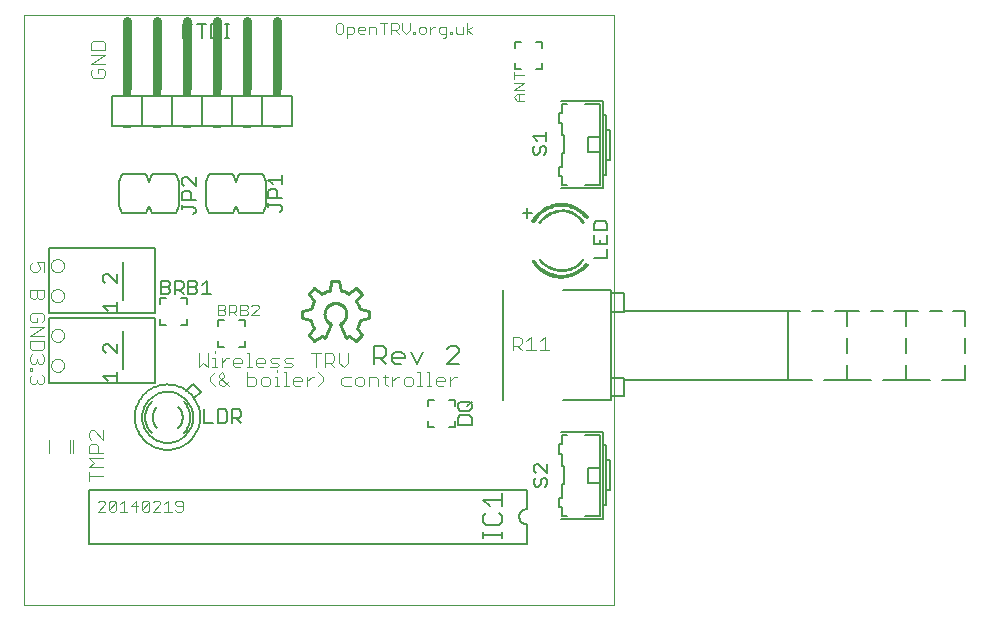
<source format=gto>
G75*
%MOIN*%
%OFA0B0*%
%FSLAX24Y24*%
%IPPOS*%
%LPD*%
%AMOC8*
5,1,8,0,0,1.08239X$1,22.5*
%
%ADD10C,0.0000*%
%ADD11C,0.0040*%
%ADD12C,0.0030*%
%ADD13C,0.0050*%
%ADD14C,0.0060*%
%ADD15C,0.0070*%
%ADD16C,0.0100*%
%ADD17C,0.0006*%
%ADD18C,0.0010*%
%ADD19C,0.0080*%
%ADD20C,0.0300*%
%ADD21R,0.0300X0.0200*%
%ADD22R,0.0300X0.0100*%
D10*
X000350Y000350D02*
X000350Y020035D01*
X020035Y020035D01*
X020035Y000350D01*
X000350Y000350D01*
X001267Y008344D02*
X001269Y008373D01*
X001275Y008401D01*
X001284Y008429D01*
X001297Y008455D01*
X001314Y008478D01*
X001333Y008500D01*
X001355Y008519D01*
X001380Y008534D01*
X001406Y008547D01*
X001434Y008555D01*
X001462Y008560D01*
X001491Y008561D01*
X001520Y008558D01*
X001548Y008551D01*
X001575Y008541D01*
X001601Y008527D01*
X001624Y008510D01*
X001645Y008490D01*
X001663Y008467D01*
X001678Y008442D01*
X001689Y008415D01*
X001697Y008387D01*
X001701Y008358D01*
X001701Y008330D01*
X001697Y008301D01*
X001689Y008273D01*
X001678Y008246D01*
X001663Y008221D01*
X001645Y008198D01*
X001624Y008178D01*
X001601Y008161D01*
X001575Y008147D01*
X001548Y008137D01*
X001520Y008130D01*
X001491Y008127D01*
X001462Y008128D01*
X001434Y008133D01*
X001406Y008141D01*
X001380Y008154D01*
X001355Y008169D01*
X001333Y008188D01*
X001314Y008210D01*
X001297Y008233D01*
X001284Y008259D01*
X001275Y008287D01*
X001269Y008315D01*
X001267Y008344D01*
X001267Y009344D02*
X001269Y009373D01*
X001275Y009401D01*
X001284Y009429D01*
X001297Y009455D01*
X001314Y009478D01*
X001333Y009500D01*
X001355Y009519D01*
X001380Y009534D01*
X001406Y009547D01*
X001434Y009555D01*
X001462Y009560D01*
X001491Y009561D01*
X001520Y009558D01*
X001548Y009551D01*
X001575Y009541D01*
X001601Y009527D01*
X001624Y009510D01*
X001645Y009490D01*
X001663Y009467D01*
X001678Y009442D01*
X001689Y009415D01*
X001697Y009387D01*
X001701Y009358D01*
X001701Y009330D01*
X001697Y009301D01*
X001689Y009273D01*
X001678Y009246D01*
X001663Y009221D01*
X001645Y009198D01*
X001624Y009178D01*
X001601Y009161D01*
X001575Y009147D01*
X001548Y009137D01*
X001520Y009130D01*
X001491Y009127D01*
X001462Y009128D01*
X001434Y009133D01*
X001406Y009141D01*
X001380Y009154D01*
X001355Y009169D01*
X001333Y009188D01*
X001314Y009210D01*
X001297Y009233D01*
X001284Y009259D01*
X001275Y009287D01*
X001269Y009315D01*
X001267Y009344D01*
X001259Y010670D02*
X001261Y010699D01*
X001267Y010727D01*
X001276Y010755D01*
X001289Y010781D01*
X001306Y010804D01*
X001325Y010826D01*
X001347Y010845D01*
X001372Y010860D01*
X001398Y010873D01*
X001426Y010881D01*
X001454Y010886D01*
X001483Y010887D01*
X001512Y010884D01*
X001540Y010877D01*
X001567Y010867D01*
X001593Y010853D01*
X001616Y010836D01*
X001637Y010816D01*
X001655Y010793D01*
X001670Y010768D01*
X001681Y010741D01*
X001689Y010713D01*
X001693Y010684D01*
X001693Y010656D01*
X001689Y010627D01*
X001681Y010599D01*
X001670Y010572D01*
X001655Y010547D01*
X001637Y010524D01*
X001616Y010504D01*
X001593Y010487D01*
X001567Y010473D01*
X001540Y010463D01*
X001512Y010456D01*
X001483Y010453D01*
X001454Y010454D01*
X001426Y010459D01*
X001398Y010467D01*
X001372Y010480D01*
X001347Y010495D01*
X001325Y010514D01*
X001306Y010536D01*
X001289Y010559D01*
X001276Y010585D01*
X001267Y010613D01*
X001261Y010641D01*
X001259Y010670D01*
X001259Y011670D02*
X001261Y011699D01*
X001267Y011727D01*
X001276Y011755D01*
X001289Y011781D01*
X001306Y011804D01*
X001325Y011826D01*
X001347Y011845D01*
X001372Y011860D01*
X001398Y011873D01*
X001426Y011881D01*
X001454Y011886D01*
X001483Y011887D01*
X001512Y011884D01*
X001540Y011877D01*
X001567Y011867D01*
X001593Y011853D01*
X001616Y011836D01*
X001637Y011816D01*
X001655Y011793D01*
X001670Y011768D01*
X001681Y011741D01*
X001689Y011713D01*
X001693Y011684D01*
X001693Y011656D01*
X001689Y011627D01*
X001681Y011599D01*
X001670Y011572D01*
X001655Y011547D01*
X001637Y011524D01*
X001616Y011504D01*
X001593Y011487D01*
X001567Y011473D01*
X001540Y011463D01*
X001512Y011456D01*
X001483Y011453D01*
X001454Y011454D01*
X001426Y011459D01*
X001398Y011467D01*
X001372Y011480D01*
X001347Y011495D01*
X001325Y011514D01*
X001306Y011536D01*
X001289Y011559D01*
X001276Y011585D01*
X001267Y011613D01*
X001261Y011641D01*
X001259Y011670D01*
D11*
X001039Y011778D02*
X000809Y011778D01*
X000885Y011625D01*
X000885Y011548D01*
X000809Y011471D01*
X000655Y011471D01*
X000579Y011548D01*
X000579Y011702D01*
X000655Y011778D01*
X001039Y011778D02*
X001039Y011471D01*
X001033Y010853D02*
X000572Y010853D01*
X000572Y010623D01*
X000649Y010546D01*
X000726Y010546D01*
X000803Y010623D01*
X000803Y010853D01*
X001033Y010853D02*
X001033Y010623D01*
X000956Y010546D01*
X000879Y010546D01*
X000803Y010623D01*
X000952Y010090D02*
X000645Y010090D01*
X000568Y010013D01*
X000568Y009860D01*
X000645Y009783D01*
X000798Y009783D01*
X000798Y009937D01*
X000952Y010090D02*
X001029Y010013D01*
X001029Y009860D01*
X000952Y009783D01*
X001029Y009630D02*
X000568Y009630D01*
X000568Y009323D02*
X001029Y009323D01*
X001029Y009169D02*
X001029Y008939D01*
X000952Y008862D01*
X000645Y008862D01*
X000568Y008939D01*
X000568Y009169D01*
X001029Y009169D01*
X001029Y009630D02*
X000568Y009323D01*
X000641Y008711D02*
X000565Y008634D01*
X000565Y008480D01*
X000641Y008404D01*
X000718Y008404D01*
X000795Y008480D01*
X000795Y008557D01*
X000795Y008480D02*
X000872Y008404D01*
X000948Y008404D01*
X001025Y008480D01*
X001025Y008634D01*
X000948Y008711D01*
X000641Y008250D02*
X000565Y008250D01*
X000565Y008173D01*
X000641Y008173D01*
X000641Y008250D01*
X000641Y008020D02*
X000565Y007943D01*
X000565Y007790D01*
X000641Y007713D01*
X000718Y007713D01*
X000795Y007790D01*
X000795Y007867D01*
X000795Y007790D02*
X000872Y007713D01*
X000948Y007713D01*
X001025Y007790D01*
X001025Y007943D01*
X000948Y008020D01*
X002606Y006180D02*
X002529Y006103D01*
X002529Y005950D01*
X002606Y005873D01*
X002606Y005719D02*
X002759Y005719D01*
X002836Y005643D01*
X002836Y005412D01*
X002990Y005412D02*
X002529Y005412D01*
X002529Y005643D01*
X002606Y005719D01*
X002990Y005873D02*
X002683Y006180D01*
X002606Y006180D01*
X002990Y006180D02*
X002990Y005873D01*
X002990Y005259D02*
X002529Y005259D01*
X002683Y005106D01*
X002529Y004952D01*
X002990Y004952D01*
X002990Y004645D02*
X002529Y004645D01*
X002529Y004492D02*
X002529Y004799D01*
X001988Y005411D02*
X001988Y005844D01*
X001888Y005844D02*
X001888Y005411D01*
X001188Y005411D02*
X001188Y005844D01*
X006184Y008284D02*
X006337Y008437D01*
X006491Y008284D01*
X006491Y008744D01*
X006644Y008591D02*
X006721Y008591D01*
X006721Y008284D01*
X006644Y008284D02*
X006798Y008284D01*
X006951Y008284D02*
X006951Y008591D01*
X006951Y008437D02*
X007105Y008591D01*
X007181Y008591D01*
X007335Y008514D02*
X007412Y008591D01*
X007565Y008591D01*
X007642Y008514D01*
X007642Y008437D01*
X007335Y008437D01*
X007335Y008361D02*
X007335Y008514D01*
X007335Y008361D02*
X007412Y008284D01*
X007565Y008284D01*
X007795Y008284D02*
X007949Y008284D01*
X007872Y008284D02*
X007872Y008744D01*
X007795Y008744D01*
X008102Y008514D02*
X008179Y008591D01*
X008332Y008591D01*
X008409Y008514D01*
X008409Y008437D01*
X008102Y008437D01*
X008102Y008361D02*
X008102Y008514D01*
X008102Y008361D02*
X008179Y008284D01*
X008332Y008284D01*
X008562Y008284D02*
X008793Y008284D01*
X008869Y008361D01*
X008793Y008437D01*
X008639Y008437D01*
X008562Y008514D01*
X008639Y008591D01*
X008869Y008591D01*
X009023Y008514D02*
X009100Y008591D01*
X009330Y008591D01*
X009253Y008437D02*
X009100Y008437D01*
X009023Y008514D01*
X009023Y008284D02*
X009253Y008284D01*
X009330Y008361D01*
X009253Y008437D01*
X009105Y008115D02*
X009105Y007654D01*
X009028Y007654D02*
X009182Y007654D01*
X009335Y007731D02*
X009335Y007885D01*
X009412Y007961D01*
X009565Y007961D01*
X009642Y007885D01*
X009642Y007808D01*
X009335Y007808D01*
X009335Y007731D02*
X009412Y007654D01*
X009565Y007654D01*
X009795Y007654D02*
X009795Y007961D01*
X009795Y007808D02*
X009949Y007961D01*
X010026Y007961D01*
X010179Y008115D02*
X010333Y007961D01*
X010333Y007808D01*
X010179Y007654D01*
X010097Y008284D02*
X010097Y008744D01*
X009944Y008744D02*
X010251Y008744D01*
X010404Y008744D02*
X010634Y008744D01*
X010711Y008668D01*
X010711Y008514D01*
X010634Y008437D01*
X010404Y008437D01*
X010404Y008284D02*
X010404Y008744D01*
X010558Y008437D02*
X010711Y008284D01*
X010864Y008437D02*
X011018Y008284D01*
X011171Y008437D01*
X011171Y008744D01*
X010864Y008744D02*
X010864Y008437D01*
X011023Y007961D02*
X010946Y007885D01*
X010946Y007731D01*
X011023Y007654D01*
X011253Y007654D01*
X011407Y007731D02*
X011483Y007654D01*
X011637Y007654D01*
X011714Y007731D01*
X011714Y007885D01*
X011637Y007961D01*
X011483Y007961D01*
X011407Y007885D01*
X011407Y007731D01*
X011253Y007961D02*
X011023Y007961D01*
X011867Y007961D02*
X011867Y007654D01*
X012174Y007654D02*
X012174Y007885D01*
X012097Y007961D01*
X011867Y007961D01*
X012328Y007961D02*
X012481Y007961D01*
X012404Y008038D02*
X012404Y007731D01*
X012481Y007654D01*
X012634Y007654D02*
X012634Y007961D01*
X012634Y007808D02*
X012788Y007961D01*
X012865Y007961D01*
X013018Y007885D02*
X013018Y007731D01*
X013095Y007654D01*
X013248Y007654D01*
X013325Y007731D01*
X013325Y007885D01*
X013248Y007961D01*
X013095Y007961D01*
X013018Y007885D01*
X013479Y008115D02*
X013555Y008115D01*
X013555Y007654D01*
X013479Y007654D02*
X013632Y007654D01*
X013785Y007654D02*
X013939Y007654D01*
X013862Y007654D02*
X013862Y008115D01*
X013785Y008115D01*
X014092Y007885D02*
X014169Y007961D01*
X014323Y007961D01*
X014399Y007885D01*
X014399Y007808D01*
X014092Y007808D01*
X014092Y007731D02*
X014092Y007885D01*
X014092Y007731D02*
X014169Y007654D01*
X014323Y007654D01*
X014553Y007654D02*
X014553Y007961D01*
X014553Y007808D02*
X014706Y007961D01*
X014783Y007961D01*
X016648Y008844D02*
X016648Y009305D01*
X016878Y009305D01*
X016955Y009228D01*
X016955Y009075D01*
X016878Y008998D01*
X016648Y008998D01*
X016801Y008998D02*
X016955Y008844D01*
X017108Y008844D02*
X017415Y008844D01*
X017262Y008844D02*
X017262Y009305D01*
X017108Y009151D01*
X017569Y009151D02*
X017722Y009305D01*
X017722Y008844D01*
X017569Y008844D02*
X017876Y008844D01*
X009105Y008115D02*
X009028Y008115D01*
X008798Y008115D02*
X008798Y008192D01*
X008798Y007961D02*
X008798Y007654D01*
X008721Y007654D02*
X008875Y007654D01*
X008568Y007731D02*
X008568Y007885D01*
X008491Y007961D01*
X008337Y007961D01*
X008261Y007885D01*
X008261Y007731D01*
X008337Y007654D01*
X008491Y007654D01*
X008568Y007731D01*
X008107Y007731D02*
X008107Y007885D01*
X008031Y007961D01*
X007800Y007961D01*
X007800Y008115D02*
X007800Y007654D01*
X008031Y007654D01*
X008107Y007731D01*
X008721Y007961D02*
X008798Y007961D01*
X007186Y007808D02*
X007033Y007654D01*
X006956Y007654D01*
X006880Y007731D01*
X006880Y007808D01*
X007033Y007961D01*
X007033Y008038D01*
X006956Y008115D01*
X006880Y008038D01*
X006880Y007961D01*
X007186Y007654D01*
X006726Y007654D02*
X006573Y007808D01*
X006573Y007961D01*
X006726Y008115D01*
X006184Y008284D02*
X006184Y008744D01*
X006721Y008744D02*
X006721Y008821D01*
X006838Y010011D02*
X007018Y010011D01*
X007078Y010071D01*
X007078Y010131D01*
X007018Y010191D01*
X006838Y010191D01*
X006838Y010011D02*
X006838Y010371D01*
X007018Y010371D01*
X007078Y010311D01*
X007078Y010251D01*
X007018Y010191D01*
X007206Y010131D02*
X007387Y010131D01*
X007447Y010191D01*
X007447Y010311D01*
X007387Y010371D01*
X007206Y010371D01*
X007206Y010011D01*
X007326Y010131D02*
X007447Y010011D01*
X007575Y010011D02*
X007755Y010011D01*
X007815Y010071D01*
X007815Y010131D01*
X007755Y010191D01*
X007575Y010191D01*
X007755Y010191D02*
X007815Y010251D01*
X007815Y010311D01*
X007755Y010371D01*
X007575Y010371D01*
X007575Y010011D01*
X007943Y010011D02*
X008183Y010251D01*
X008183Y010311D01*
X008123Y010371D01*
X008003Y010371D01*
X007943Y010311D01*
X007943Y010011D02*
X008183Y010011D01*
X016689Y017285D02*
X016807Y017403D01*
X017043Y017403D01*
X017043Y017529D02*
X016689Y017529D01*
X017043Y017765D01*
X016689Y017765D01*
X016689Y017892D02*
X016689Y018128D01*
X016689Y018010D02*
X017043Y018010D01*
X016866Y017403D02*
X016866Y017167D01*
X016807Y017167D02*
X016689Y017285D01*
X016807Y017167D02*
X017043Y017167D01*
X003064Y018009D02*
X002987Y017933D01*
X002680Y017933D01*
X002603Y018009D01*
X002603Y018163D01*
X002680Y018240D01*
X002833Y018240D02*
X002833Y018086D01*
X002833Y018240D02*
X002987Y018240D01*
X003064Y018163D01*
X003064Y018009D01*
X003064Y018393D02*
X002603Y018393D01*
X003064Y018700D01*
X002603Y018700D01*
X002603Y018853D02*
X002603Y019084D01*
X002680Y019160D01*
X002987Y019160D01*
X003064Y019084D01*
X003064Y018853D01*
X002603Y018853D01*
D12*
X010759Y019454D02*
X010821Y019393D01*
X010944Y019393D01*
X011006Y019454D01*
X011006Y019701D01*
X010944Y019763D01*
X010821Y019763D01*
X010759Y019701D01*
X010759Y019454D01*
X011127Y019393D02*
X011313Y019393D01*
X011374Y019454D01*
X011374Y019578D01*
X011313Y019640D01*
X011127Y019640D01*
X011127Y019269D01*
X011496Y019454D02*
X011496Y019578D01*
X011557Y019640D01*
X011681Y019640D01*
X011743Y019578D01*
X011743Y019516D01*
X011496Y019516D01*
X011496Y019454D02*
X011557Y019393D01*
X011681Y019393D01*
X011864Y019393D02*
X011864Y019640D01*
X012049Y019640D01*
X012111Y019578D01*
X012111Y019393D01*
X012356Y019393D02*
X012356Y019763D01*
X012479Y019763D02*
X012232Y019763D01*
X012601Y019763D02*
X012601Y019393D01*
X012601Y019516D02*
X012786Y019516D01*
X012848Y019578D01*
X012848Y019701D01*
X012786Y019763D01*
X012601Y019763D01*
X012724Y019516D02*
X012848Y019393D01*
X012969Y019516D02*
X013092Y019393D01*
X013216Y019516D01*
X013216Y019763D01*
X012969Y019763D02*
X012969Y019516D01*
X013337Y019454D02*
X013399Y019454D01*
X013399Y019393D01*
X013337Y019393D01*
X013337Y019454D01*
X013522Y019454D02*
X013583Y019393D01*
X013707Y019393D01*
X013768Y019454D01*
X013768Y019578D01*
X013707Y019640D01*
X013583Y019640D01*
X013522Y019578D01*
X013522Y019454D01*
X013890Y019393D02*
X013890Y019640D01*
X014013Y019640D02*
X014075Y019640D01*
X014013Y019640D02*
X013890Y019516D01*
X014197Y019454D02*
X014258Y019393D01*
X014444Y019393D01*
X014444Y019331D02*
X014444Y019640D01*
X014258Y019640D01*
X014197Y019578D01*
X014197Y019454D01*
X014320Y019269D02*
X014382Y019269D01*
X014444Y019331D01*
X014565Y019393D02*
X014627Y019393D01*
X014627Y019454D01*
X014565Y019454D01*
X014565Y019393D01*
X014749Y019454D02*
X014749Y019640D01*
X014749Y019454D02*
X014811Y019393D01*
X014996Y019393D01*
X014996Y019640D01*
X015118Y019763D02*
X015118Y019393D01*
X015118Y019516D02*
X015303Y019640D01*
X015118Y019516D02*
X015303Y019393D01*
X005588Y003837D02*
X005464Y003837D01*
X005403Y003775D01*
X005403Y003713D01*
X005464Y003652D01*
X005649Y003652D01*
X005649Y003775D02*
X005649Y003528D01*
X005588Y003466D01*
X005464Y003466D01*
X005403Y003528D01*
X005281Y003466D02*
X005034Y003466D01*
X004913Y003466D02*
X004666Y003466D01*
X004913Y003713D01*
X004913Y003775D01*
X004851Y003837D01*
X004728Y003837D01*
X004666Y003775D01*
X004545Y003775D02*
X004298Y003528D01*
X004359Y003466D01*
X004483Y003466D01*
X004545Y003528D01*
X004545Y003775D01*
X004483Y003837D01*
X004359Y003837D01*
X004298Y003775D01*
X004298Y003528D01*
X004176Y003652D02*
X003929Y003652D01*
X004114Y003837D01*
X004114Y003466D01*
X003808Y003466D02*
X003561Y003466D01*
X003684Y003466D02*
X003684Y003837D01*
X003561Y003713D01*
X003440Y003775D02*
X003193Y003528D01*
X003254Y003466D01*
X003378Y003466D01*
X003440Y003528D01*
X003440Y003775D01*
X003378Y003837D01*
X003254Y003837D01*
X003193Y003775D01*
X003193Y003528D01*
X003071Y003466D02*
X002824Y003466D01*
X003071Y003713D01*
X003071Y003775D01*
X003010Y003837D01*
X002886Y003837D01*
X002824Y003775D01*
X005034Y003713D02*
X005158Y003837D01*
X005158Y003466D01*
X005588Y003837D02*
X005649Y003775D01*
D13*
X006370Y006428D02*
X006670Y006428D01*
X006830Y006428D02*
X007055Y006428D01*
X007130Y006503D01*
X007130Y006803D01*
X007055Y006878D01*
X006830Y006878D01*
X006830Y006428D01*
X007291Y006428D02*
X007291Y006878D01*
X007516Y006878D01*
X007591Y006803D01*
X007591Y006653D01*
X007516Y006578D01*
X007291Y006578D01*
X007441Y006578D02*
X007591Y006428D01*
X006370Y006428D02*
X006370Y006878D01*
X003459Y007835D02*
X003459Y008135D01*
X003459Y007985D02*
X003009Y007985D01*
X003159Y007835D01*
X003084Y008769D02*
X003009Y008844D01*
X003009Y008994D01*
X003084Y009069D01*
X003159Y009069D01*
X003459Y008769D01*
X003459Y009069D01*
X003451Y010161D02*
X003451Y010461D01*
X003451Y010311D02*
X003001Y010311D01*
X003151Y010161D01*
X003076Y011095D02*
X003001Y011170D01*
X003001Y011321D01*
X003076Y011396D01*
X003151Y011396D01*
X003451Y011095D01*
X003451Y011396D01*
X004925Y011169D02*
X004925Y010718D01*
X005150Y010718D01*
X005225Y010793D01*
X005225Y010868D01*
X005150Y010943D01*
X004925Y010943D01*
X005150Y010943D02*
X005225Y011018D01*
X005225Y011094D01*
X005150Y011169D01*
X004925Y011169D01*
X005385Y011169D02*
X005610Y011169D01*
X005685Y011094D01*
X005685Y010943D01*
X005610Y010868D01*
X005385Y010868D01*
X005385Y010718D02*
X005385Y011169D01*
X005535Y010868D02*
X005685Y010718D01*
X005845Y010718D02*
X006071Y010718D01*
X006146Y010793D01*
X006146Y010868D01*
X006071Y010943D01*
X005845Y010943D01*
X005845Y010718D02*
X005845Y011169D01*
X006071Y011169D01*
X006146Y011094D01*
X006146Y011018D01*
X006071Y010943D01*
X006306Y011018D02*
X006456Y011169D01*
X006456Y010718D01*
X006306Y010718D02*
X006606Y010718D01*
X006013Y013398D02*
X006088Y013473D01*
X006088Y013548D01*
X006013Y013623D01*
X005637Y013623D01*
X005637Y013548D02*
X005637Y013698D01*
X005637Y013859D02*
X005637Y014084D01*
X005712Y014159D01*
X005863Y014159D01*
X005938Y014084D01*
X005938Y013859D01*
X006088Y013859D02*
X005637Y013859D01*
X005712Y014319D02*
X005637Y014394D01*
X005637Y014544D01*
X005712Y014619D01*
X005788Y014619D01*
X006088Y014319D01*
X006088Y014619D01*
X008508Y014532D02*
X008958Y014532D01*
X008958Y014382D02*
X008958Y014682D01*
X008658Y014382D02*
X008508Y014532D01*
X008583Y014222D02*
X008733Y014222D01*
X008808Y014147D01*
X008808Y013922D01*
X008958Y013922D02*
X008508Y013922D01*
X008508Y014147D01*
X008583Y014222D01*
X008508Y013762D02*
X008508Y013612D01*
X008508Y013687D02*
X008883Y013687D01*
X008958Y013612D01*
X008958Y013536D01*
X008883Y013461D01*
X012034Y009001D02*
X012340Y009001D01*
X012441Y008899D01*
X012441Y008695D01*
X012340Y008594D01*
X012034Y008594D01*
X012238Y008594D02*
X012441Y008390D01*
X012642Y008492D02*
X012642Y008695D01*
X012744Y008797D01*
X012947Y008797D01*
X013049Y008695D01*
X013049Y008594D01*
X012642Y008594D01*
X012642Y008492D02*
X012744Y008390D01*
X012947Y008390D01*
X013453Y008390D02*
X013250Y008797D01*
X013657Y008797D02*
X013453Y008390D01*
X014465Y008390D02*
X014872Y008797D01*
X014872Y008899D01*
X014770Y009001D01*
X014567Y009001D01*
X014465Y008899D01*
X014465Y008390D02*
X014872Y008390D01*
X014910Y007135D02*
X015210Y007135D01*
X015286Y007060D01*
X015286Y006910D01*
X015210Y006835D01*
X014910Y006835D01*
X014835Y006910D01*
X014835Y007060D01*
X014910Y007135D01*
X015135Y006985D02*
X015286Y007135D01*
X015210Y006675D02*
X014910Y006675D01*
X014835Y006600D01*
X014835Y006374D01*
X015286Y006374D01*
X015286Y006600D01*
X015210Y006675D01*
X017362Y004989D02*
X017362Y004839D01*
X017437Y004764D01*
X017437Y004604D02*
X017362Y004529D01*
X017362Y004379D01*
X017437Y004304D01*
X017512Y004304D01*
X017587Y004379D01*
X017587Y004529D01*
X017662Y004604D01*
X017737Y004604D01*
X017812Y004529D01*
X017812Y004379D01*
X017737Y004304D01*
X017812Y004764D02*
X017512Y005064D01*
X017437Y005064D01*
X017362Y004989D01*
X017812Y005064D02*
X017812Y004764D01*
X012034Y008390D02*
X012034Y009001D01*
X016993Y013432D02*
X017283Y013432D01*
X017133Y013582D02*
X017133Y013272D01*
X019353Y013073D02*
X019353Y012848D01*
X019803Y012848D01*
X019803Y013073D01*
X019728Y013148D01*
X019428Y013148D01*
X019353Y013073D01*
X019353Y012688D02*
X019353Y012388D01*
X019803Y012388D01*
X019803Y012688D01*
X019578Y012538D02*
X019578Y012388D01*
X019803Y012227D02*
X019803Y011927D01*
X019353Y011927D01*
X017699Y015370D02*
X017775Y015445D01*
X017775Y015595D01*
X017699Y015670D01*
X017624Y015670D01*
X017549Y015595D01*
X017549Y015445D01*
X017474Y015370D01*
X017399Y015370D01*
X017324Y015445D01*
X017324Y015595D01*
X017399Y015670D01*
X017474Y015830D02*
X017324Y015980D01*
X017775Y015980D01*
X017775Y015830D02*
X017775Y016131D01*
X007207Y019268D02*
X007056Y019268D01*
X007132Y019268D02*
X007132Y019719D01*
X007207Y019719D02*
X007056Y019719D01*
X006896Y019643D02*
X006821Y019719D01*
X006596Y019719D01*
X006596Y019268D01*
X006821Y019268D01*
X006896Y019343D01*
X006896Y019643D01*
X006436Y019719D02*
X006136Y019719D01*
X006286Y019719D02*
X006286Y019268D01*
X005825Y019493D02*
X005675Y019493D01*
X005675Y019268D02*
X005675Y019719D01*
X005976Y019719D01*
D14*
X006304Y017339D02*
X005304Y017339D01*
X004304Y017339D01*
X003304Y017339D01*
X003304Y016339D01*
X004304Y016339D01*
X005304Y016339D01*
X006304Y016339D01*
X007304Y016339D01*
X008304Y016339D01*
X009304Y016339D01*
X009304Y017339D01*
X008304Y017339D01*
X007304Y017339D01*
X006304Y017339D01*
X006304Y016339D01*
X007304Y016339D02*
X007304Y017339D01*
X008304Y017339D02*
X008304Y016339D01*
X008316Y014713D02*
X007516Y014713D01*
X007416Y014463D01*
X007316Y014713D01*
X006516Y014713D01*
X006416Y014463D01*
X006416Y013663D01*
X006516Y013413D01*
X007316Y013413D01*
X007416Y013663D01*
X007516Y013413D01*
X008316Y013413D01*
X008416Y013663D01*
X008416Y014463D01*
X008316Y014713D01*
X005521Y014470D02*
X005521Y013670D01*
X005421Y013420D01*
X004621Y013420D01*
X004521Y013670D01*
X004421Y013420D01*
X003621Y013420D01*
X003521Y013670D01*
X003521Y014470D01*
X003621Y014720D01*
X004421Y014720D01*
X004521Y014470D01*
X004621Y014720D01*
X005421Y014720D01*
X005521Y014470D01*
X005304Y016339D02*
X005304Y017339D01*
X004304Y017339D02*
X004304Y016339D01*
X004726Y012261D02*
X001186Y012261D01*
X001186Y010080D01*
X004726Y010080D01*
X004726Y012261D01*
X003657Y011806D02*
X003657Y010536D01*
X004734Y009934D02*
X001194Y009934D01*
X001194Y007753D01*
X004734Y007753D01*
X004734Y009934D01*
X004900Y009893D02*
X004900Y009693D01*
X005100Y009693D01*
X005600Y009693D02*
X005800Y009693D01*
X005800Y009893D01*
X005800Y010393D02*
X005800Y010593D01*
X005600Y010593D01*
X005100Y010593D02*
X004900Y010593D01*
X004900Y010393D01*
X003666Y009480D02*
X003666Y008210D01*
X005775Y007502D02*
X006009Y007735D01*
X006270Y007474D01*
X006044Y007247D01*
X004303Y006611D02*
X004305Y006669D01*
X004311Y006727D01*
X004321Y006784D01*
X004335Y006840D01*
X004352Y006896D01*
X004373Y006950D01*
X004398Y007002D01*
X004427Y007053D01*
X004459Y007101D01*
X004494Y007147D01*
X004532Y007191D01*
X004573Y007232D01*
X004617Y007270D01*
X004663Y007305D01*
X004711Y007337D01*
X004762Y007366D01*
X004814Y007391D01*
X004868Y007412D01*
X004924Y007429D01*
X004980Y007443D01*
X005037Y007453D01*
X005095Y007459D01*
X005153Y007461D01*
X005211Y007459D01*
X005269Y007453D01*
X005326Y007443D01*
X005382Y007429D01*
X005438Y007412D01*
X005492Y007391D01*
X005544Y007366D01*
X005595Y007337D01*
X005643Y007305D01*
X005689Y007270D01*
X005733Y007232D01*
X005774Y007191D01*
X005812Y007147D01*
X005847Y007101D01*
X005879Y007053D01*
X005908Y007002D01*
X005933Y006950D01*
X005954Y006896D01*
X005971Y006840D01*
X005985Y006784D01*
X005995Y006727D01*
X006001Y006669D01*
X006003Y006611D01*
X006001Y006553D01*
X005995Y006495D01*
X005985Y006438D01*
X005971Y006382D01*
X005954Y006326D01*
X005933Y006272D01*
X005908Y006220D01*
X005879Y006169D01*
X005847Y006121D01*
X005812Y006075D01*
X005774Y006031D01*
X005733Y005990D01*
X005689Y005952D01*
X005643Y005917D01*
X005595Y005885D01*
X005544Y005856D01*
X005492Y005831D01*
X005438Y005810D01*
X005382Y005793D01*
X005326Y005779D01*
X005269Y005769D01*
X005211Y005763D01*
X005153Y005761D01*
X005095Y005763D01*
X005037Y005769D01*
X004980Y005779D01*
X004924Y005793D01*
X004868Y005810D01*
X004814Y005831D01*
X004762Y005856D01*
X004711Y005885D01*
X004663Y005917D01*
X004617Y005952D01*
X004573Y005990D01*
X004532Y006031D01*
X004494Y006075D01*
X004459Y006121D01*
X004427Y006169D01*
X004398Y006220D01*
X004373Y006272D01*
X004352Y006326D01*
X004335Y006382D01*
X004321Y006438D01*
X004311Y006495D01*
X004305Y006553D01*
X004303Y006611D01*
X004056Y006618D02*
X004058Y006684D01*
X004064Y006749D01*
X004074Y006814D01*
X004088Y006879D01*
X004105Y006942D01*
X004127Y007005D01*
X004152Y007065D01*
X004181Y007125D01*
X004213Y007182D01*
X004249Y007237D01*
X004288Y007290D01*
X004330Y007341D01*
X004375Y007389D01*
X004423Y007434D01*
X004474Y007476D01*
X004527Y007515D01*
X004582Y007551D01*
X004639Y007583D01*
X004699Y007612D01*
X004759Y007637D01*
X004822Y007659D01*
X004885Y007676D01*
X004950Y007690D01*
X005015Y007700D01*
X005080Y007706D01*
X005146Y007708D01*
X005212Y007706D01*
X005277Y007700D01*
X005342Y007690D01*
X005407Y007676D01*
X005470Y007659D01*
X005533Y007637D01*
X005593Y007612D01*
X005653Y007583D01*
X005710Y007551D01*
X005765Y007515D01*
X005818Y007476D01*
X005869Y007434D01*
X005917Y007389D01*
X005962Y007341D01*
X006004Y007290D01*
X006043Y007237D01*
X006079Y007182D01*
X006111Y007125D01*
X006140Y007065D01*
X006165Y007005D01*
X006187Y006942D01*
X006204Y006879D01*
X006218Y006814D01*
X006228Y006749D01*
X006234Y006684D01*
X006236Y006618D01*
X006234Y006552D01*
X006228Y006487D01*
X006218Y006422D01*
X006204Y006357D01*
X006187Y006294D01*
X006165Y006231D01*
X006140Y006171D01*
X006111Y006111D01*
X006079Y006054D01*
X006043Y005999D01*
X006004Y005946D01*
X005962Y005895D01*
X005917Y005847D01*
X005869Y005802D01*
X005818Y005760D01*
X005765Y005721D01*
X005710Y005685D01*
X005653Y005653D01*
X005593Y005624D01*
X005533Y005599D01*
X005470Y005577D01*
X005407Y005560D01*
X005342Y005546D01*
X005277Y005536D01*
X005212Y005530D01*
X005146Y005528D01*
X005080Y005530D01*
X005015Y005536D01*
X004950Y005546D01*
X004885Y005560D01*
X004822Y005577D01*
X004759Y005599D01*
X004699Y005624D01*
X004639Y005653D01*
X004582Y005685D01*
X004527Y005721D01*
X004474Y005760D01*
X004423Y005802D01*
X004375Y005847D01*
X004330Y005895D01*
X004288Y005946D01*
X004249Y005999D01*
X004213Y006054D01*
X004181Y006111D01*
X004152Y006171D01*
X004127Y006231D01*
X004105Y006294D01*
X004088Y006357D01*
X004074Y006422D01*
X004064Y006487D01*
X004058Y006552D01*
X004056Y006618D01*
X004623Y007141D02*
X004586Y007102D01*
X004553Y007060D01*
X004522Y007016D01*
X004495Y006970D01*
X004471Y006923D01*
X004450Y006873D01*
X004433Y006822D01*
X004420Y006770D01*
X004411Y006718D01*
X004405Y006665D01*
X004403Y006611D01*
X004405Y006557D01*
X004411Y006504D01*
X004420Y006452D01*
X004433Y006400D01*
X004450Y006349D01*
X004471Y006299D01*
X004495Y006252D01*
X004522Y006206D01*
X004553Y006162D01*
X004586Y006120D01*
X004623Y006081D01*
X004799Y006257D02*
X004770Y006290D01*
X004743Y006324D01*
X004720Y006361D01*
X004700Y006400D01*
X004683Y006440D01*
X004670Y006482D01*
X004661Y006524D01*
X004655Y006567D01*
X004653Y006611D01*
X004655Y006655D01*
X004661Y006698D01*
X004670Y006740D01*
X004683Y006782D01*
X004700Y006822D01*
X004720Y006861D01*
X004743Y006898D01*
X004770Y006932D01*
X004799Y006965D01*
X005507Y006965D02*
X005536Y006932D01*
X005563Y006898D01*
X005586Y006861D01*
X005606Y006822D01*
X005623Y006782D01*
X005636Y006740D01*
X005645Y006698D01*
X005651Y006655D01*
X005653Y006611D01*
X005651Y006567D01*
X005645Y006524D01*
X005636Y006482D01*
X005623Y006440D01*
X005606Y006400D01*
X005586Y006361D01*
X005563Y006324D01*
X005536Y006290D01*
X005507Y006257D01*
X005683Y006081D02*
X005720Y006120D01*
X005753Y006162D01*
X005784Y006206D01*
X005811Y006252D01*
X005835Y006299D01*
X005856Y006349D01*
X005873Y006400D01*
X005886Y006452D01*
X005895Y006504D01*
X005901Y006557D01*
X005903Y006611D01*
X005901Y006665D01*
X005895Y006718D01*
X005886Y006770D01*
X005873Y006822D01*
X005856Y006873D01*
X005835Y006923D01*
X005811Y006970D01*
X005784Y007016D01*
X005753Y007060D01*
X005720Y007102D01*
X005683Y007141D01*
X006830Y008972D02*
X007030Y008972D01*
X006830Y008972D02*
X006830Y009172D01*
X007530Y008972D02*
X007730Y008972D01*
X007730Y009172D01*
X007730Y009672D02*
X007730Y009872D01*
X007530Y009872D01*
X007030Y009872D02*
X006830Y009872D01*
X006830Y009672D01*
X013827Y007179D02*
X013827Y006979D01*
X013827Y007179D02*
X014027Y007179D01*
X014527Y007179D02*
X014727Y007179D01*
X014727Y006979D01*
X014727Y006479D02*
X014727Y006279D01*
X014527Y006279D01*
X014027Y006279D02*
X013827Y006279D01*
X013827Y006479D01*
X017117Y004205D02*
X002517Y004205D01*
X002517Y002405D01*
X017117Y002405D01*
X017117Y003055D01*
X017087Y003057D01*
X017057Y003062D01*
X017028Y003071D01*
X017001Y003084D01*
X016975Y003099D01*
X016951Y003118D01*
X016930Y003139D01*
X016911Y003163D01*
X016896Y003189D01*
X016883Y003216D01*
X016874Y003245D01*
X016869Y003275D01*
X016867Y003305D01*
X016869Y003335D01*
X016874Y003365D01*
X016883Y003394D01*
X016896Y003421D01*
X016911Y003447D01*
X016930Y003471D01*
X016951Y003492D01*
X016975Y003511D01*
X017001Y003526D01*
X017028Y003539D01*
X017057Y003548D01*
X017087Y003553D01*
X017117Y003555D01*
X017117Y004205D01*
X018189Y003939D02*
X018189Y003639D01*
X018289Y003639D01*
X018287Y003328D01*
X018463Y003331D01*
X018263Y003231D02*
X019663Y003231D01*
X019663Y005681D01*
X019763Y005681D01*
X019763Y005181D01*
X019913Y005181D01*
X019913Y004181D01*
X019763Y004181D01*
X019763Y005181D01*
X019563Y004931D02*
X019163Y004931D01*
X019163Y004431D01*
X019563Y004431D01*
X019563Y004931D01*
X019563Y006031D01*
X019063Y006031D01*
X018463Y006031D02*
X018292Y006028D01*
X018289Y005739D01*
X018189Y005739D01*
X018189Y005389D01*
X018289Y005389D01*
X018289Y004989D01*
X018366Y004990D01*
X018366Y004390D01*
X018289Y004389D01*
X018289Y003939D01*
X018189Y003939D01*
X019063Y003331D02*
X019563Y003331D01*
X019563Y004431D01*
X019763Y004181D02*
X019763Y003681D01*
X019663Y003681D01*
X019663Y005681D02*
X019663Y006131D01*
X018263Y006131D01*
X018263Y014254D02*
X019663Y014254D01*
X019663Y016704D01*
X019763Y016704D01*
X019763Y016204D01*
X019913Y016204D01*
X019913Y015204D01*
X019763Y015204D01*
X019763Y016204D01*
X019563Y015954D02*
X019163Y015954D01*
X019163Y015454D01*
X019563Y015454D01*
X019563Y015954D01*
X019563Y017054D01*
X019063Y017054D01*
X018463Y017054D02*
X018292Y017052D01*
X018289Y016763D01*
X018189Y016763D01*
X018189Y016413D01*
X018289Y016413D01*
X018289Y016013D01*
X018366Y016014D01*
X018366Y015414D01*
X018289Y015413D01*
X018289Y014963D01*
X018189Y014963D01*
X018189Y014663D01*
X018289Y014663D01*
X018287Y014352D01*
X018463Y014354D01*
X019063Y014354D02*
X019563Y014354D01*
X019563Y015454D01*
X019763Y015204D02*
X019763Y014704D01*
X019663Y014704D01*
X019663Y016704D02*
X019663Y017154D01*
X018263Y017154D01*
X017618Y018216D02*
X017418Y018216D01*
X017618Y018216D02*
X017618Y018416D01*
X017618Y018916D02*
X017618Y019116D01*
X017418Y019116D01*
X016918Y019116D02*
X016718Y019116D01*
X016718Y018916D01*
X016718Y018416D02*
X016718Y018216D01*
X016918Y018216D01*
D15*
X016304Y004076D02*
X016304Y003656D01*
X016304Y003866D02*
X015674Y003866D01*
X015884Y003656D01*
X015779Y003432D02*
X015674Y003327D01*
X015674Y003117D01*
X015779Y003012D01*
X016199Y003012D01*
X016304Y003117D01*
X016304Y003327D01*
X016199Y003432D01*
X016304Y002792D02*
X016304Y002582D01*
X016304Y002687D02*
X015674Y002687D01*
X015674Y002582D02*
X015674Y002792D01*
D16*
X011437Y009159D02*
X011197Y009329D01*
X011097Y009269D01*
X010907Y009719D01*
X010587Y009719D02*
X010387Y009269D01*
X010287Y009329D01*
X010047Y009159D01*
X009867Y009349D01*
X010027Y009589D01*
X009927Y009859D02*
X009627Y009909D01*
X009627Y010169D01*
X009927Y010229D01*
X010037Y010479D02*
X009857Y010739D01*
X010047Y010919D01*
X010307Y010739D01*
X010557Y010839D02*
X010607Y011159D01*
X010877Y011159D01*
X010927Y010839D01*
X011177Y010739D02*
X011437Y010919D01*
X011627Y010739D01*
X011447Y010479D01*
X011557Y010229D02*
X011857Y010169D01*
X011857Y009909D01*
X011557Y009859D01*
X011457Y009589D02*
X011627Y009349D01*
X011437Y009159D01*
X011458Y009589D02*
X011481Y009630D01*
X011502Y009673D01*
X011520Y009718D01*
X011535Y009763D01*
X011548Y009809D01*
X011558Y009856D01*
X011556Y010230D02*
X011541Y010282D01*
X011522Y010333D01*
X011500Y010383D01*
X011475Y010431D01*
X011446Y010478D01*
X010907Y009729D02*
X010940Y009747D01*
X010970Y009768D01*
X010999Y009792D01*
X011025Y009819D01*
X011047Y009848D01*
X011067Y009880D01*
X011084Y009913D01*
X011097Y009948D01*
X011106Y009984D01*
X011112Y010021D01*
X011114Y010058D01*
X011112Y010095D01*
X011107Y010132D01*
X011097Y010168D01*
X011085Y010203D01*
X011068Y010237D01*
X011049Y010268D01*
X011026Y010298D01*
X011000Y010325D01*
X010972Y010349D01*
X010941Y010370D01*
X010909Y010388D01*
X010875Y010403D01*
X010839Y010414D01*
X010803Y010422D01*
X010766Y010426D01*
X010728Y010426D01*
X010691Y010422D01*
X010655Y010414D01*
X010619Y010403D01*
X010585Y010388D01*
X010553Y010370D01*
X010522Y010349D01*
X010494Y010325D01*
X010468Y010298D01*
X010445Y010268D01*
X010426Y010237D01*
X010409Y010203D01*
X010397Y010168D01*
X010387Y010132D01*
X010382Y010095D01*
X010380Y010058D01*
X010382Y010021D01*
X010388Y009984D01*
X010397Y009948D01*
X010410Y009913D01*
X010427Y009880D01*
X010447Y009848D01*
X010469Y009819D01*
X010495Y009792D01*
X010524Y009768D01*
X010554Y009747D01*
X010587Y009729D01*
X010031Y009592D02*
X010003Y009642D01*
X009979Y009694D01*
X009958Y009747D01*
X009941Y009802D01*
X009928Y009858D01*
X010311Y010743D02*
X010356Y010768D01*
X010403Y010791D01*
X010451Y010810D01*
X010500Y010827D01*
X010550Y010840D01*
X010038Y010475D02*
X010011Y010428D01*
X009987Y010381D01*
X009966Y010332D01*
X009948Y010281D01*
X009934Y010230D01*
X010932Y010842D02*
X010984Y010828D01*
X011035Y010811D01*
X011085Y010791D01*
X011134Y010768D01*
X011181Y010741D01*
D17*
X018349Y011497D02*
X018346Y011551D01*
X018346Y011550D02*
X018402Y011556D01*
X018458Y011565D01*
X018512Y011578D01*
X018566Y011595D01*
X018619Y011615D01*
X018669Y011639D01*
X018719Y011667D01*
X018766Y011697D01*
X018811Y011731D01*
X018853Y011769D01*
X018893Y011808D01*
X018929Y011851D01*
X018963Y011896D01*
X019007Y011866D01*
X019008Y011865D01*
X018974Y011821D01*
X018938Y011778D01*
X018899Y011738D01*
X018858Y011701D01*
X018814Y011666D01*
X018768Y011634D01*
X018721Y011605D01*
X018671Y011580D01*
X018620Y011557D01*
X018568Y011538D01*
X018514Y011522D01*
X018460Y011510D01*
X018405Y011502D01*
X018349Y011497D01*
X018349Y011502D01*
X018404Y011507D01*
X018459Y011515D01*
X018513Y011527D01*
X018566Y011543D01*
X018618Y011562D01*
X018669Y011584D01*
X018718Y011610D01*
X018766Y011638D01*
X018811Y011670D01*
X018855Y011704D01*
X018896Y011742D01*
X018934Y011781D01*
X018970Y011824D01*
X019003Y011868D01*
X018999Y011871D01*
X018966Y011827D01*
X018931Y011785D01*
X018892Y011745D01*
X018851Y011708D01*
X018808Y011674D01*
X018763Y011642D01*
X018716Y011614D01*
X018667Y011589D01*
X018616Y011566D01*
X018565Y011548D01*
X018512Y011532D01*
X018458Y011520D01*
X018403Y011512D01*
X018349Y011506D01*
X018348Y011511D01*
X018403Y011516D01*
X018457Y011525D01*
X018510Y011537D01*
X018563Y011552D01*
X018615Y011571D01*
X018665Y011593D01*
X018713Y011618D01*
X018760Y011647D01*
X018805Y011678D01*
X018848Y011712D01*
X018889Y011749D01*
X018927Y011788D01*
X018962Y011830D01*
X018995Y011874D01*
X018991Y011877D01*
X018959Y011833D01*
X018923Y011792D01*
X018885Y011752D01*
X018845Y011716D01*
X018802Y011682D01*
X018758Y011651D01*
X018711Y011623D01*
X018663Y011598D01*
X018613Y011576D01*
X018561Y011557D01*
X018509Y011542D01*
X018456Y011530D01*
X018402Y011521D01*
X018348Y011516D01*
X018348Y011521D01*
X018402Y011526D01*
X018455Y011535D01*
X018508Y011547D01*
X018560Y011562D01*
X018611Y011580D01*
X018660Y011602D01*
X018708Y011627D01*
X018755Y011655D01*
X018799Y011686D01*
X018842Y011720D01*
X018882Y011756D01*
X018920Y011795D01*
X018955Y011836D01*
X018987Y011880D01*
X018983Y011882D01*
X018951Y011839D01*
X018916Y011798D01*
X018878Y011760D01*
X018838Y011723D01*
X018796Y011690D01*
X018752Y011659D01*
X018706Y011631D01*
X018658Y011607D01*
X018609Y011585D01*
X018558Y011567D01*
X018507Y011552D01*
X018454Y011540D01*
X018401Y011531D01*
X018347Y011526D01*
X018347Y011531D01*
X018400Y011536D01*
X018453Y011545D01*
X018505Y011556D01*
X018557Y011571D01*
X018607Y011590D01*
X018656Y011611D01*
X018704Y011636D01*
X018749Y011663D01*
X018793Y011694D01*
X018835Y011727D01*
X018875Y011763D01*
X018912Y011802D01*
X018947Y011842D01*
X018979Y011885D01*
X018975Y011888D01*
X018943Y011845D01*
X018908Y011805D01*
X018871Y011767D01*
X018832Y011731D01*
X018790Y011698D01*
X018747Y011668D01*
X018701Y011640D01*
X018654Y011616D01*
X018605Y011594D01*
X018555Y011576D01*
X018504Y011561D01*
X018452Y011550D01*
X018400Y011541D01*
X018347Y011536D01*
X018347Y011541D01*
X018403Y011547D01*
X018459Y011556D01*
X018515Y011569D01*
X018569Y011586D01*
X018622Y011607D01*
X018674Y011631D01*
X018723Y011659D01*
X018771Y011690D01*
X018816Y011725D01*
X018859Y011762D01*
X018899Y011802D01*
X018936Y011845D01*
X018971Y011891D01*
X018966Y011894D01*
X018933Y011849D01*
X018896Y011806D01*
X018856Y011766D01*
X018813Y011728D01*
X018768Y011694D01*
X018721Y011663D01*
X018671Y011636D01*
X018620Y011611D01*
X018567Y011591D01*
X018513Y011574D01*
X018458Y011561D01*
X018403Y011552D01*
X018346Y011546D01*
X018324Y013540D02*
X018325Y013486D01*
X018324Y013487D02*
X018265Y013485D01*
X018206Y013479D01*
X018147Y013469D01*
X018089Y013456D01*
X018032Y013439D01*
X017976Y013419D01*
X017922Y013395D01*
X017869Y013368D01*
X017817Y013338D01*
X017768Y013305D01*
X017721Y013269D01*
X017676Y013230D01*
X017634Y013188D01*
X017594Y013144D01*
X017557Y013098D01*
X017514Y013129D01*
X017514Y013130D01*
X017553Y013179D01*
X017595Y013225D01*
X017639Y013269D01*
X017687Y013311D01*
X017736Y013349D01*
X017789Y013384D01*
X017843Y013416D01*
X017899Y013444D01*
X017956Y013469D01*
X018015Y013490D01*
X018076Y013508D01*
X018137Y013522D01*
X018199Y013532D01*
X018261Y013538D01*
X018324Y013541D01*
X018324Y013536D01*
X018261Y013533D01*
X018199Y013527D01*
X018138Y013517D01*
X018077Y013503D01*
X018017Y013486D01*
X017958Y013464D01*
X017901Y013440D01*
X017845Y013411D01*
X017791Y013380D01*
X017739Y013345D01*
X017690Y013307D01*
X017643Y013266D01*
X017598Y013222D01*
X017556Y013176D01*
X017518Y013127D01*
X017522Y013124D01*
X017560Y013172D01*
X017602Y013219D01*
X017646Y013262D01*
X017693Y013303D01*
X017742Y013341D01*
X017794Y013375D01*
X017847Y013407D01*
X017903Y013435D01*
X017960Y013460D01*
X018018Y013481D01*
X018078Y013498D01*
X018139Y013512D01*
X018200Y013522D01*
X018262Y013528D01*
X018324Y013531D01*
X018324Y013526D01*
X018262Y013524D01*
X018201Y013517D01*
X018140Y013507D01*
X018079Y013494D01*
X018020Y013476D01*
X017962Y013455D01*
X017905Y013431D01*
X017850Y013403D01*
X017797Y013371D01*
X017745Y013337D01*
X017696Y013299D01*
X017649Y013258D01*
X017605Y013215D01*
X017564Y013169D01*
X017526Y013121D01*
X017530Y013118D01*
X017568Y013166D01*
X017609Y013212D01*
X017653Y013255D01*
X017699Y013295D01*
X017748Y013333D01*
X017799Y013367D01*
X017852Y013398D01*
X017907Y013426D01*
X017964Y013450D01*
X018021Y013471D01*
X018081Y013489D01*
X018141Y013502D01*
X018201Y013512D01*
X018262Y013519D01*
X018324Y013521D01*
X018324Y013516D01*
X018263Y013514D01*
X018202Y013507D01*
X018141Y013497D01*
X018082Y013484D01*
X018023Y013467D01*
X017965Y013446D01*
X017909Y013421D01*
X017855Y013394D01*
X017802Y013363D01*
X017751Y013329D01*
X017703Y013291D01*
X017656Y013251D01*
X017613Y013208D01*
X017572Y013163D01*
X017534Y013115D01*
X017538Y013112D01*
X017576Y013160D01*
X017616Y013205D01*
X017660Y013248D01*
X017706Y013287D01*
X017754Y013325D01*
X017805Y013359D01*
X017857Y013389D01*
X017911Y013417D01*
X017967Y013441D01*
X018025Y013462D01*
X018083Y013479D01*
X018142Y013493D01*
X018203Y013502D01*
X018263Y013509D01*
X018324Y013511D01*
X018324Y013506D01*
X018263Y013504D01*
X018203Y013497D01*
X018143Y013488D01*
X018084Y013474D01*
X018026Y013457D01*
X017969Y013436D01*
X017914Y013412D01*
X017859Y013385D01*
X017807Y013354D01*
X017757Y013320D01*
X017709Y013284D01*
X017663Y013244D01*
X017620Y013201D01*
X017579Y013156D01*
X017542Y013109D01*
X017546Y013106D01*
X017583Y013153D01*
X017623Y013198D01*
X017666Y013240D01*
X017712Y013280D01*
X017760Y013316D01*
X017810Y013350D01*
X017862Y013381D01*
X017916Y013408D01*
X017971Y013432D01*
X018028Y013452D01*
X018086Y013469D01*
X018144Y013483D01*
X018204Y013492D01*
X018264Y013499D01*
X018324Y013501D01*
X018324Y013496D01*
X018264Y013494D01*
X018204Y013488D01*
X018145Y013478D01*
X018087Y013464D01*
X018029Y013448D01*
X017973Y013427D01*
X017918Y013403D01*
X017864Y013376D01*
X017813Y013346D01*
X017763Y013312D01*
X017715Y013276D01*
X017670Y013237D01*
X017627Y013194D01*
X017587Y013150D01*
X017550Y013103D01*
X017554Y013100D01*
X017591Y013147D01*
X017631Y013191D01*
X017673Y013233D01*
X017718Y013272D01*
X017766Y013308D01*
X017815Y013342D01*
X017867Y013372D01*
X017920Y013399D01*
X017975Y013423D01*
X018031Y013443D01*
X018088Y013460D01*
X018146Y013473D01*
X018205Y013483D01*
X018265Y013489D01*
X018324Y013491D01*
X019023Y013116D02*
X018977Y013088D01*
X018977Y013089D02*
X018946Y013136D01*
X018912Y013181D01*
X018875Y013223D01*
X018835Y013263D01*
X018793Y013301D01*
X018748Y013335D01*
X018701Y013366D01*
X018652Y013394D01*
X018601Y013418D01*
X018548Y013440D01*
X018495Y013457D01*
X018440Y013471D01*
X018384Y013481D01*
X018328Y013487D01*
X018332Y013541D01*
X018388Y013535D01*
X018443Y013525D01*
X018498Y013512D01*
X018552Y013496D01*
X018604Y013476D01*
X018655Y013453D01*
X018705Y013426D01*
X018753Y013397D01*
X018798Y013365D01*
X018842Y013330D01*
X018884Y013292D01*
X018923Y013251D01*
X018959Y013209D01*
X018993Y013164D01*
X019023Y013117D01*
X019019Y013114D01*
X018989Y013161D01*
X018955Y013206D01*
X018919Y013248D01*
X018880Y013288D01*
X018839Y013326D01*
X018795Y013361D01*
X018750Y013393D01*
X018702Y013422D01*
X018653Y013448D01*
X018602Y013471D01*
X018550Y013491D01*
X018497Y013507D01*
X018442Y013520D01*
X018387Y013530D01*
X018332Y013536D01*
X018332Y013531D01*
X018387Y013525D01*
X018441Y013516D01*
X018495Y013503D01*
X018548Y013486D01*
X018600Y013467D01*
X018651Y013444D01*
X018700Y013418D01*
X018747Y013389D01*
X018792Y013357D01*
X018836Y013322D01*
X018877Y013285D01*
X018915Y013245D01*
X018951Y013202D01*
X018984Y013158D01*
X019015Y013112D01*
X019011Y013109D01*
X018980Y013155D01*
X018947Y013199D01*
X018912Y013241D01*
X018873Y013281D01*
X018832Y013318D01*
X018789Y013353D01*
X018744Y013384D01*
X018697Y013413D01*
X018649Y013439D01*
X018598Y013462D01*
X018547Y013481D01*
X018494Y013498D01*
X018440Y013511D01*
X018386Y013520D01*
X018331Y013526D01*
X018331Y013521D01*
X018389Y013515D01*
X018447Y013504D01*
X018504Y013490D01*
X018560Y013472D01*
X018614Y013450D01*
X018667Y013424D01*
X018718Y013395D01*
X018767Y013363D01*
X018814Y013327D01*
X018858Y013288D01*
X018900Y013247D01*
X018938Y013202D01*
X018974Y013155D01*
X019006Y013106D01*
X019002Y013104D01*
X018970Y013153D01*
X018935Y013199D01*
X018896Y013243D01*
X018855Y013285D01*
X018811Y013323D01*
X018765Y013358D01*
X018716Y013391D01*
X018665Y013420D01*
X018612Y013445D01*
X018558Y013467D01*
X018503Y013485D01*
X018446Y013499D01*
X018389Y013510D01*
X018330Y013516D01*
X018330Y013511D01*
X018388Y013505D01*
X018445Y013494D01*
X018501Y013480D01*
X018557Y013462D01*
X018610Y013440D01*
X018663Y013415D01*
X018713Y013386D01*
X018762Y013354D01*
X018808Y013319D01*
X018852Y013281D01*
X018893Y013240D01*
X018931Y013196D01*
X018966Y013150D01*
X018998Y013101D01*
X018993Y013099D01*
X018962Y013147D01*
X018927Y013193D01*
X018889Y013236D01*
X018848Y013277D01*
X018805Y013315D01*
X018759Y013350D01*
X018711Y013382D01*
X018660Y013411D01*
X018608Y013436D01*
X018555Y013457D01*
X018500Y013475D01*
X018444Y013489D01*
X018387Y013500D01*
X018330Y013506D01*
X018329Y013501D01*
X018386Y013495D01*
X018443Y013485D01*
X018499Y013471D01*
X018553Y013453D01*
X018606Y013431D01*
X018658Y013406D01*
X018708Y013378D01*
X018756Y013346D01*
X018801Y013311D01*
X018845Y013274D01*
X018885Y013233D01*
X018923Y013190D01*
X018958Y013144D01*
X018989Y013096D01*
X018985Y013093D01*
X018954Y013141D01*
X018919Y013187D01*
X018882Y013230D01*
X018841Y013270D01*
X018798Y013308D01*
X018753Y013342D01*
X018705Y013374D01*
X018656Y013402D01*
X018604Y013427D01*
X018551Y013448D01*
X018497Y013466D01*
X018442Y013480D01*
X018386Y013490D01*
X018329Y013496D01*
X018329Y013491D01*
X018385Y013485D01*
X018441Y013475D01*
X018496Y013461D01*
X018550Y013443D01*
X018602Y013422D01*
X018653Y013397D01*
X018703Y013369D01*
X018750Y013338D01*
X018795Y013304D01*
X018838Y013266D01*
X018878Y013226D01*
X018915Y013183D01*
X018949Y013138D01*
X018981Y013091D01*
X017522Y011864D02*
X017563Y011899D01*
X017563Y011898D02*
X017602Y011854D01*
X017644Y011813D01*
X017688Y011774D01*
X017734Y011738D01*
X017783Y011705D01*
X017833Y011674D01*
X017885Y011647D01*
X017939Y011623D01*
X017994Y011603D01*
X018050Y011585D01*
X018107Y011571D01*
X018165Y011561D01*
X018223Y011554D01*
X018282Y011550D01*
X018341Y011550D01*
X018342Y011497D01*
X018343Y011497D01*
X018281Y011496D01*
X018219Y011500D01*
X018157Y011507D01*
X018096Y011518D01*
X018036Y011533D01*
X017976Y011552D01*
X017918Y011573D01*
X017862Y011599D01*
X017807Y011627D01*
X017753Y011659D01*
X017702Y011694D01*
X017653Y011733D01*
X017607Y011774D01*
X017563Y011817D01*
X017521Y011864D01*
X017525Y011867D01*
X017566Y011821D01*
X017610Y011777D01*
X017656Y011736D01*
X017705Y011698D01*
X017756Y011664D01*
X017809Y011632D01*
X017864Y011603D01*
X017920Y011578D01*
X017978Y011556D01*
X018037Y011538D01*
X018097Y011523D01*
X018158Y011512D01*
X018219Y011505D01*
X018281Y011501D01*
X018343Y011502D01*
X018342Y011507D01*
X018281Y011506D01*
X018220Y011510D01*
X018159Y011517D01*
X018098Y011528D01*
X018038Y011543D01*
X017980Y011561D01*
X017922Y011583D01*
X017866Y011608D01*
X017812Y011636D01*
X017759Y011668D01*
X017708Y011702D01*
X017660Y011740D01*
X017613Y011781D01*
X017570Y011824D01*
X017529Y011870D01*
X017533Y011873D01*
X017574Y011828D01*
X017617Y011784D01*
X017663Y011744D01*
X017711Y011707D01*
X017762Y011672D01*
X017814Y011640D01*
X017868Y011612D01*
X017924Y011587D01*
X017981Y011566D01*
X018040Y011548D01*
X018099Y011533D01*
X018159Y011522D01*
X018220Y011515D01*
X018281Y011511D01*
X018342Y011512D01*
X018342Y011517D01*
X018281Y011516D01*
X018220Y011520D01*
X018160Y011527D01*
X018100Y011538D01*
X018041Y011552D01*
X017983Y011570D01*
X017926Y011592D01*
X017870Y011617D01*
X017816Y011645D01*
X017764Y011676D01*
X017714Y011711D01*
X017666Y011748D01*
X017620Y011788D01*
X017577Y011831D01*
X017537Y011876D01*
X017540Y011880D01*
X017581Y011834D01*
X017624Y011792D01*
X017669Y011752D01*
X017717Y011715D01*
X017767Y011680D01*
X017819Y011649D01*
X017873Y011621D01*
X017928Y011597D01*
X017984Y011575D01*
X018042Y011557D01*
X018101Y011543D01*
X018161Y011532D01*
X018221Y011525D01*
X018281Y011521D01*
X018342Y011522D01*
X018342Y011527D01*
X018281Y011526D01*
X018221Y011530D01*
X018161Y011537D01*
X018102Y011548D01*
X018044Y011562D01*
X017986Y011580D01*
X017930Y011601D01*
X017875Y011626D01*
X017821Y011654D01*
X017770Y011685D01*
X017720Y011719D01*
X017672Y011756D01*
X017627Y011795D01*
X017584Y011838D01*
X017544Y011883D01*
X017548Y011886D01*
X017588Y011841D01*
X017631Y011799D01*
X017676Y011759D01*
X017723Y011723D01*
X017772Y011689D01*
X017824Y011658D01*
X017877Y011630D01*
X017932Y011606D01*
X017988Y011585D01*
X018045Y011567D01*
X018103Y011553D01*
X018162Y011542D01*
X018222Y011535D01*
X018282Y011531D01*
X018341Y011531D01*
X018341Y011536D01*
X018282Y011536D01*
X018222Y011540D01*
X018163Y011547D01*
X018104Y011558D01*
X018046Y011572D01*
X017989Y011589D01*
X017934Y011610D01*
X017879Y011635D01*
X017826Y011662D01*
X017775Y011693D01*
X017726Y011727D01*
X017679Y011763D01*
X017634Y011803D01*
X017592Y011845D01*
X017552Y011889D01*
X017556Y011892D01*
X017595Y011848D01*
X017637Y011806D01*
X017682Y011767D01*
X017729Y011731D01*
X017778Y011697D01*
X017829Y011667D01*
X017881Y011639D01*
X017935Y011615D01*
X017991Y011594D01*
X018048Y011577D01*
X018105Y011563D01*
X018164Y011552D01*
X018223Y011545D01*
X018282Y011541D01*
X018341Y011541D01*
X018341Y011546D01*
X018282Y011546D01*
X018223Y011550D01*
X018164Y011557D01*
X018106Y011567D01*
X018049Y011581D01*
X017993Y011599D01*
X017937Y011620D01*
X017883Y011644D01*
X017831Y011671D01*
X017780Y011701D01*
X017732Y011735D01*
X017685Y011771D01*
X017641Y011810D01*
X017599Y011852D01*
X017560Y011896D01*
D18*
X017284Y011828D02*
X017361Y011874D01*
X017361Y011873D02*
X017396Y011819D01*
X017433Y011767D01*
X017474Y011718D01*
X017518Y011671D01*
X017565Y011627D01*
X017614Y011586D01*
X017666Y011548D01*
X017720Y011513D01*
X017776Y011482D01*
X017833Y011454D01*
X017893Y011430D01*
X017954Y011409D01*
X018015Y011392D01*
X018078Y011379D01*
X018142Y011370D01*
X018206Y011364D01*
X018270Y011363D01*
X018271Y011274D01*
X018271Y011273D01*
X018205Y011274D01*
X018140Y011279D01*
X018074Y011288D01*
X018010Y011301D01*
X017946Y011317D01*
X017883Y011337D01*
X017822Y011361D01*
X017762Y011388D01*
X017703Y011419D01*
X017647Y011452D01*
X017592Y011490D01*
X017540Y011530D01*
X017490Y011573D01*
X017443Y011619D01*
X017399Y011668D01*
X017357Y011719D01*
X017319Y011772D01*
X017283Y011828D01*
X017291Y011832D01*
X017326Y011777D01*
X017364Y011724D01*
X017406Y011673D01*
X017450Y011625D01*
X017497Y011580D01*
X017546Y011537D01*
X017598Y011497D01*
X017652Y011460D01*
X017708Y011426D01*
X017766Y011396D01*
X017825Y011369D01*
X017886Y011346D01*
X017948Y011326D01*
X018012Y011310D01*
X018076Y011297D01*
X018141Y011288D01*
X018206Y011283D01*
X018271Y011282D01*
X018271Y011291D01*
X018206Y011292D01*
X018141Y011297D01*
X018077Y011306D01*
X018014Y011318D01*
X017951Y011335D01*
X017889Y011354D01*
X017829Y011378D01*
X017770Y011404D01*
X017712Y011434D01*
X017657Y011468D01*
X017603Y011504D01*
X017552Y011544D01*
X017503Y011586D01*
X017456Y011631D01*
X017413Y011679D01*
X017372Y011730D01*
X017334Y011782D01*
X017299Y011837D01*
X017307Y011841D01*
X017341Y011787D01*
X017379Y011735D01*
X017419Y011685D01*
X017463Y011638D01*
X017509Y011593D01*
X017557Y011551D01*
X017608Y011511D01*
X017661Y011475D01*
X017717Y011442D01*
X017773Y011412D01*
X017832Y011386D01*
X017892Y011363D01*
X017953Y011343D01*
X018016Y011327D01*
X018079Y011315D01*
X018142Y011306D01*
X018206Y011301D01*
X018271Y011300D01*
X018271Y011309D01*
X018207Y011310D01*
X018143Y011315D01*
X018080Y011324D01*
X018018Y011336D01*
X017956Y011352D01*
X017895Y011371D01*
X017836Y011394D01*
X017777Y011420D01*
X017721Y011450D01*
X017666Y011483D01*
X017614Y011519D01*
X017563Y011558D01*
X017515Y011599D01*
X017469Y011644D01*
X017426Y011691D01*
X017386Y011740D01*
X017349Y011792D01*
X017314Y011846D01*
X017322Y011851D01*
X017356Y011797D01*
X017393Y011746D01*
X017433Y011697D01*
X017476Y011650D01*
X017521Y011606D01*
X017569Y011565D01*
X017619Y011526D01*
X017671Y011490D01*
X017725Y011458D01*
X017781Y011428D01*
X017839Y011402D01*
X017898Y011380D01*
X017958Y011361D01*
X018019Y011345D01*
X018082Y011333D01*
X018144Y011324D01*
X018207Y011319D01*
X018270Y011318D01*
X018270Y011327D01*
X018208Y011328D01*
X018145Y011333D01*
X018083Y011342D01*
X018021Y011354D01*
X017961Y011369D01*
X017901Y011388D01*
X017842Y011411D01*
X017785Y011437D01*
X017730Y011466D01*
X017676Y011498D01*
X017624Y011533D01*
X017574Y011572D01*
X017527Y011613D01*
X017482Y011656D01*
X017440Y011703D01*
X017400Y011751D01*
X017364Y011802D01*
X017330Y011855D01*
X017338Y011860D01*
X017371Y011807D01*
X017407Y011757D01*
X017447Y011709D01*
X017489Y011663D01*
X017533Y011619D01*
X017580Y011579D01*
X017629Y011541D01*
X017681Y011506D01*
X017734Y011474D01*
X017789Y011445D01*
X017846Y011419D01*
X017904Y011397D01*
X017963Y011378D01*
X018023Y011362D01*
X018084Y011350D01*
X018146Y011342D01*
X018208Y011337D01*
X018270Y011336D01*
X018270Y011345D01*
X018208Y011346D01*
X018147Y011351D01*
X018086Y011359D01*
X018025Y011371D01*
X017966Y011386D01*
X017907Y011405D01*
X017849Y011427D01*
X017793Y011453D01*
X017739Y011481D01*
X017686Y011513D01*
X017635Y011548D01*
X017586Y011585D01*
X017539Y011626D01*
X017495Y011669D01*
X017454Y011714D01*
X017415Y011762D01*
X017379Y011812D01*
X017345Y011864D01*
X017353Y011869D01*
X017386Y011817D01*
X017422Y011768D01*
X017460Y011720D01*
X017502Y011675D01*
X017545Y011632D01*
X017592Y011592D01*
X017640Y011555D01*
X017691Y011521D01*
X017743Y011489D01*
X017797Y011461D01*
X017853Y011436D01*
X017910Y011414D01*
X017968Y011395D01*
X018027Y011380D01*
X018087Y011368D01*
X018148Y011360D01*
X018209Y011355D01*
X018270Y011354D01*
X018281Y011274D02*
X018279Y011364D01*
X018279Y011363D02*
X018341Y011367D01*
X018402Y011374D01*
X018463Y011384D01*
X018523Y011398D01*
X018583Y011416D01*
X018641Y011436D01*
X018698Y011460D01*
X018753Y011488D01*
X018807Y011518D01*
X018859Y011551D01*
X018909Y011588D01*
X018957Y011627D01*
X019002Y011669D01*
X019045Y011713D01*
X019086Y011760D01*
X019155Y011704D01*
X019156Y011703D01*
X019112Y011652D01*
X019065Y011604D01*
X019016Y011559D01*
X018964Y011517D01*
X018910Y011477D01*
X018854Y011441D01*
X018795Y011408D01*
X018735Y011378D01*
X018673Y011352D01*
X018610Y011330D01*
X018546Y011311D01*
X018481Y011296D01*
X018415Y011285D01*
X018348Y011277D01*
X018281Y011273D01*
X018281Y011282D01*
X018347Y011286D01*
X018413Y011294D01*
X018479Y011305D01*
X018544Y011320D01*
X018607Y011338D01*
X018670Y011361D01*
X018731Y011387D01*
X018791Y011416D01*
X018849Y011449D01*
X018905Y011485D01*
X018959Y011524D01*
X019010Y011566D01*
X019059Y011611D01*
X019105Y011658D01*
X019149Y011709D01*
X019142Y011714D01*
X019099Y011665D01*
X019053Y011617D01*
X019004Y011573D01*
X018953Y011531D01*
X018900Y011492D01*
X018844Y011456D01*
X018787Y011424D01*
X018728Y011395D01*
X018667Y011369D01*
X018605Y011347D01*
X018541Y011329D01*
X018477Y011314D01*
X018412Y011302D01*
X018347Y011295D01*
X018281Y011291D01*
X018281Y011300D01*
X018346Y011304D01*
X018411Y011311D01*
X018475Y011322D01*
X018539Y011337D01*
X018602Y011356D01*
X018664Y011378D01*
X018724Y011403D01*
X018783Y011432D01*
X018840Y011464D01*
X018895Y011499D01*
X018948Y011538D01*
X018998Y011579D01*
X019047Y011624D01*
X019092Y011671D01*
X019135Y011720D01*
X019128Y011726D01*
X019085Y011677D01*
X019040Y011630D01*
X018992Y011586D01*
X018942Y011545D01*
X018890Y011507D01*
X018835Y011472D01*
X018778Y011440D01*
X018720Y011411D01*
X018660Y011386D01*
X018599Y011364D01*
X018537Y011346D01*
X018474Y011331D01*
X018410Y011320D01*
X018345Y011313D01*
X018280Y011309D01*
X018280Y011318D01*
X018344Y011322D01*
X018408Y011329D01*
X018472Y011340D01*
X018535Y011355D01*
X018596Y011373D01*
X018657Y011394D01*
X018716Y011419D01*
X018774Y011448D01*
X018830Y011479D01*
X018885Y011514D01*
X018937Y011552D01*
X018986Y011593D01*
X019034Y011636D01*
X019079Y011683D01*
X019121Y011731D01*
X019114Y011737D01*
X019072Y011689D01*
X019028Y011643D01*
X018981Y011600D01*
X018931Y011559D01*
X018879Y011522D01*
X018826Y011487D01*
X018770Y011456D01*
X018713Y011428D01*
X018654Y011403D01*
X018594Y011381D01*
X018532Y011363D01*
X018470Y011349D01*
X018407Y011338D01*
X018344Y011331D01*
X018280Y011327D01*
X018280Y011336D01*
X018343Y011340D01*
X018406Y011347D01*
X018468Y011358D01*
X018530Y011372D01*
X018591Y011390D01*
X018651Y011411D01*
X018709Y011436D01*
X018766Y011464D01*
X018821Y011495D01*
X018874Y011529D01*
X018926Y011566D01*
X018975Y011606D01*
X019021Y011649D01*
X019065Y011695D01*
X019107Y011743D01*
X019100Y011748D01*
X019059Y011701D01*
X019015Y011656D01*
X018969Y011613D01*
X018920Y011573D01*
X018869Y011537D01*
X018816Y011503D01*
X018762Y011472D01*
X018705Y011444D01*
X018647Y011420D01*
X018588Y011398D01*
X018528Y011381D01*
X018467Y011367D01*
X018405Y011356D01*
X018342Y011349D01*
X018280Y011345D01*
X018279Y011354D01*
X018342Y011358D01*
X018403Y011365D01*
X018465Y011375D01*
X018526Y011389D01*
X018585Y011407D01*
X018644Y011428D01*
X018702Y011452D01*
X018757Y011480D01*
X018812Y011510D01*
X018864Y011544D01*
X018915Y011581D01*
X018963Y011620D01*
X019009Y011662D01*
X019052Y011707D01*
X019093Y011754D01*
X018299Y013759D02*
X018299Y013669D01*
X018299Y013670D02*
X018235Y013668D01*
X018171Y013663D01*
X018107Y013654D01*
X018045Y013641D01*
X017983Y013624D01*
X017922Y013603D01*
X017862Y013579D01*
X017804Y013552D01*
X017748Y013521D01*
X017693Y013487D01*
X017641Y013449D01*
X017591Y013409D01*
X017544Y013366D01*
X017499Y013320D01*
X017457Y013271D01*
X017418Y013220D01*
X017382Y013167D01*
X017350Y013111D01*
X017271Y013154D01*
X017304Y013211D01*
X017341Y013266D01*
X017380Y013319D01*
X017423Y013369D01*
X017468Y013417D01*
X017516Y013463D01*
X017566Y013505D01*
X017619Y013545D01*
X017674Y013581D01*
X017731Y013615D01*
X017789Y013645D01*
X017850Y013672D01*
X017911Y013695D01*
X017974Y013715D01*
X018038Y013731D01*
X018103Y013744D01*
X018168Y013753D01*
X018234Y013758D01*
X018300Y013760D01*
X018300Y013751D01*
X018234Y013749D01*
X018169Y013744D01*
X018104Y013735D01*
X018040Y013723D01*
X017977Y013706D01*
X017914Y013687D01*
X017853Y013664D01*
X017793Y013637D01*
X017735Y013607D01*
X017679Y013574D01*
X017624Y013537D01*
X017572Y013498D01*
X017522Y013456D01*
X017474Y013411D01*
X017429Y013363D01*
X017387Y013313D01*
X017348Y013261D01*
X017312Y013206D01*
X017279Y013150D01*
X017286Y013146D01*
X017319Y013202D01*
X017355Y013256D01*
X017394Y013308D01*
X017436Y013357D01*
X017481Y013404D01*
X017528Y013449D01*
X017578Y013491D01*
X017629Y013530D01*
X017683Y013566D01*
X017739Y013599D01*
X017797Y013629D01*
X017856Y013655D01*
X017917Y013678D01*
X017979Y013698D01*
X018042Y013714D01*
X018106Y013726D01*
X018170Y013735D01*
X018235Y013740D01*
X018300Y013742D01*
X018300Y013733D01*
X018235Y013731D01*
X018171Y013726D01*
X018107Y013717D01*
X018044Y013705D01*
X017982Y013689D01*
X017920Y013670D01*
X017860Y013647D01*
X017801Y013621D01*
X017744Y013591D01*
X017688Y013558D01*
X017635Y013523D01*
X017583Y013484D01*
X017534Y013442D01*
X017487Y013398D01*
X017443Y013351D01*
X017401Y013302D01*
X017363Y013251D01*
X017327Y013197D01*
X017294Y013141D01*
X017302Y013137D01*
X017335Y013192D01*
X017370Y013245D01*
X017408Y013296D01*
X017450Y013345D01*
X017493Y013392D01*
X017540Y013436D01*
X017589Y013477D01*
X017640Y013515D01*
X017693Y013551D01*
X017748Y013583D01*
X017805Y013613D01*
X017863Y013639D01*
X017923Y013661D01*
X017984Y013680D01*
X018046Y013696D01*
X018109Y013709D01*
X018172Y013717D01*
X018236Y013722D01*
X018300Y013724D01*
X018300Y013715D01*
X018236Y013713D01*
X018173Y013708D01*
X018110Y013700D01*
X018048Y013688D01*
X017986Y013672D01*
X017926Y013653D01*
X017867Y013630D01*
X017809Y013604D01*
X017752Y013575D01*
X017698Y013543D01*
X017645Y013508D01*
X017594Y013470D01*
X017546Y013429D01*
X017500Y013385D01*
X017456Y013339D01*
X017415Y013291D01*
X017377Y013240D01*
X017342Y013187D01*
X017310Y013133D01*
X017318Y013128D01*
X017352Y013186D01*
X017389Y013241D01*
X017429Y013293D01*
X017472Y013344D01*
X017519Y013391D01*
X017568Y013436D01*
X017619Y013478D01*
X017673Y013517D01*
X017729Y013552D01*
X017788Y013584D01*
X017848Y013612D01*
X017909Y013637D01*
X017972Y013658D01*
X018036Y013676D01*
X018101Y013689D01*
X018167Y013699D01*
X018233Y013704D01*
X018299Y013706D01*
X018299Y013697D01*
X018234Y013695D01*
X018168Y013690D01*
X018103Y013680D01*
X018038Y013667D01*
X017975Y013650D01*
X017912Y013629D01*
X017851Y013604D01*
X017792Y013576D01*
X017734Y013544D01*
X017678Y013509D01*
X017625Y013471D01*
X017574Y013429D01*
X017525Y013385D01*
X017479Y013338D01*
X017436Y013288D01*
X017396Y013235D01*
X017359Y013181D01*
X017326Y013124D01*
X017334Y013120D01*
X017367Y013176D01*
X017403Y013230D01*
X017443Y013282D01*
X017486Y013332D01*
X017531Y013378D01*
X017579Y013423D01*
X017630Y013464D01*
X017683Y013502D01*
X017739Y013536D01*
X017796Y013568D01*
X017855Y013596D01*
X017915Y013620D01*
X017977Y013641D01*
X018040Y013658D01*
X018104Y013671D01*
X018169Y013681D01*
X018234Y013686D01*
X018299Y013688D01*
X018299Y013679D01*
X018234Y013677D01*
X018170Y013672D01*
X018106Y013662D01*
X018042Y013649D01*
X017980Y013632D01*
X017919Y013612D01*
X017858Y013588D01*
X017800Y013560D01*
X017743Y013529D01*
X017688Y013494D01*
X017636Y013456D01*
X017585Y013416D01*
X017538Y013372D01*
X017492Y013326D01*
X017450Y013277D01*
X017411Y013225D01*
X017375Y013171D01*
X017342Y013116D01*
X019161Y013294D02*
X019088Y013241D01*
X019089Y013242D02*
X019051Y013290D01*
X019010Y013336D01*
X018967Y013379D01*
X018921Y013420D01*
X018874Y013459D01*
X018823Y013494D01*
X018771Y013527D01*
X018718Y013556D01*
X018662Y013582D01*
X018605Y013605D01*
X018547Y013625D01*
X018488Y013641D01*
X018428Y013654D01*
X018368Y013664D01*
X018306Y013670D01*
X018312Y013759D01*
X018378Y013753D01*
X018444Y013743D01*
X018509Y013729D01*
X018574Y013711D01*
X018637Y013690D01*
X018698Y013665D01*
X018759Y013636D01*
X018817Y013604D01*
X018873Y013569D01*
X018928Y013530D01*
X018980Y013489D01*
X019029Y013444D01*
X019076Y013397D01*
X019120Y013347D01*
X019161Y013295D01*
X019154Y013289D01*
X019113Y013341D01*
X019070Y013391D01*
X019023Y013438D01*
X018974Y013482D01*
X018922Y013523D01*
X018868Y013561D01*
X018812Y013596D01*
X018754Y013628D01*
X018695Y013656D01*
X018633Y013681D01*
X018571Y013703D01*
X018507Y013720D01*
X018443Y013734D01*
X018377Y013744D01*
X018312Y013750D01*
X018311Y013741D01*
X018376Y013735D01*
X018441Y013725D01*
X018505Y013711D01*
X018568Y013694D01*
X018630Y013673D01*
X018691Y013648D01*
X018750Y013620D01*
X018808Y013589D01*
X018863Y013554D01*
X018917Y013516D01*
X018968Y013475D01*
X019017Y013431D01*
X019063Y013385D01*
X019106Y013336D01*
X019147Y013284D01*
X019140Y013279D01*
X019100Y013330D01*
X019056Y013379D01*
X019011Y013425D01*
X018962Y013468D01*
X018912Y013509D01*
X018858Y013546D01*
X018803Y013581D01*
X018746Y013612D01*
X018688Y013640D01*
X018627Y013664D01*
X018566Y013685D01*
X018503Y013703D01*
X018439Y013716D01*
X018375Y013726D01*
X018310Y013732D01*
X018310Y013723D01*
X018374Y013717D01*
X018438Y013707D01*
X018501Y013694D01*
X018563Y013677D01*
X018624Y013656D01*
X018684Y013632D01*
X018742Y013604D01*
X018799Y013573D01*
X018853Y013539D01*
X018906Y013502D01*
X018956Y013461D01*
X019004Y013418D01*
X019050Y013373D01*
X019093Y013324D01*
X019132Y013273D01*
X019125Y013268D01*
X019086Y013318D01*
X019043Y013366D01*
X018998Y013412D01*
X018951Y013455D01*
X018901Y013494D01*
X018848Y013531D01*
X018794Y013565D01*
X018738Y013596D01*
X018680Y013623D01*
X018621Y013648D01*
X018560Y013668D01*
X018499Y013685D01*
X018436Y013699D01*
X018373Y013708D01*
X018309Y013715D01*
X018309Y013706D01*
X018372Y013699D01*
X018435Y013690D01*
X018497Y013676D01*
X018558Y013659D01*
X018618Y013639D01*
X018677Y013615D01*
X018734Y013588D01*
X018790Y013558D01*
X018843Y013524D01*
X018895Y013487D01*
X018945Y013448D01*
X018992Y013405D01*
X019037Y013360D01*
X019079Y013313D01*
X019118Y013263D01*
X019111Y013257D01*
X019072Y013307D01*
X019030Y013354D01*
X018986Y013399D01*
X018939Y013441D01*
X018890Y013480D01*
X018838Y013516D01*
X018785Y013550D01*
X018730Y013580D01*
X018673Y013607D01*
X018615Y013631D01*
X018555Y013651D01*
X018495Y013668D01*
X018433Y013681D01*
X018371Y013690D01*
X018308Y013697D01*
X018308Y013688D01*
X018370Y013682D01*
X018431Y013672D01*
X018492Y013659D01*
X018553Y013642D01*
X018612Y013622D01*
X018669Y013599D01*
X018726Y013572D01*
X018781Y013542D01*
X018833Y013509D01*
X018884Y013473D01*
X018933Y013434D01*
X018980Y013392D01*
X019024Y013348D01*
X019065Y013301D01*
X019103Y013252D01*
X019096Y013247D01*
X019058Y013295D01*
X019017Y013342D01*
X018973Y013386D01*
X018927Y013427D01*
X018879Y013466D01*
X018828Y013502D01*
X018776Y013534D01*
X018722Y013564D01*
X018666Y013591D01*
X018608Y013614D01*
X018550Y013634D01*
X018490Y013650D01*
X018430Y013663D01*
X018369Y013673D01*
X018307Y013679D01*
D19*
X018324Y010842D02*
X019926Y010842D01*
X019926Y007181D01*
X018324Y007181D01*
X019965Y007319D02*
X020359Y007319D01*
X020359Y007909D01*
X019965Y007909D01*
X020398Y007870D02*
X025831Y007870D01*
X025831Y010153D01*
X026225Y010153D01*
X025831Y010153D02*
X020398Y010153D01*
X020359Y010114D02*
X019965Y010114D01*
X020359Y010114D02*
X020359Y010744D01*
X019965Y010744D01*
X016324Y010842D02*
X016324Y007181D01*
X025871Y007870D02*
X026639Y007870D01*
X027032Y007870D02*
X027800Y007870D01*
X027800Y008368D01*
X027800Y008762D02*
X027800Y009261D01*
X027800Y009654D02*
X027800Y010153D01*
X028194Y010153D01*
X028587Y010153D02*
X028981Y010153D01*
X029375Y010153D02*
X029768Y010153D01*
X030162Y010153D01*
X029768Y010153D02*
X029768Y009654D01*
X029768Y009261D02*
X029768Y008762D01*
X029768Y008368D02*
X029768Y007870D01*
X029001Y007870D01*
X028607Y007870D02*
X027839Y007870D01*
X029808Y007870D02*
X030576Y007870D01*
X030969Y007870D02*
X031737Y007870D01*
X031737Y008368D01*
X031737Y008762D02*
X031737Y009261D01*
X031737Y009654D02*
X031737Y010153D01*
X031343Y010153D01*
X030950Y010153D02*
X030556Y010153D01*
X027800Y010153D02*
X027406Y010153D01*
X027013Y010153D02*
X026619Y010153D01*
D20*
X008804Y017589D02*
X008804Y019839D01*
X007804Y019839D02*
X007804Y017589D01*
X006804Y017589D02*
X006804Y019839D01*
X005804Y019839D02*
X005804Y017589D01*
X004804Y017589D02*
X004804Y019839D01*
X003804Y019839D02*
X003804Y017589D01*
D21*
X003804Y017439D03*
X004804Y017439D03*
X005804Y017439D03*
X006804Y017439D03*
X007804Y017439D03*
X008804Y017439D03*
D22*
X008804Y016289D03*
X007804Y016289D03*
X006804Y016289D03*
X005804Y016289D03*
X004804Y016289D03*
X003804Y016289D03*
M02*

</source>
